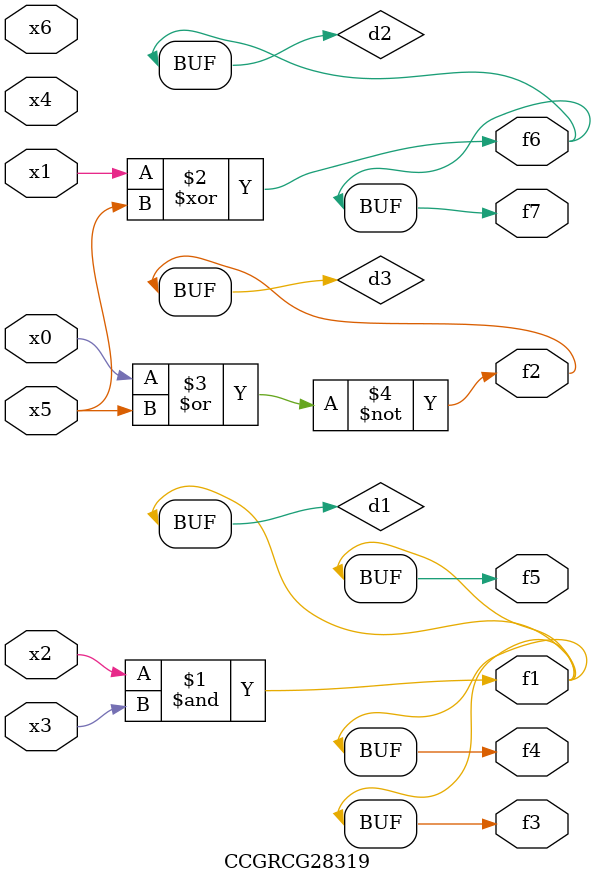
<source format=v>
module CCGRCG28319(
	input x0, x1, x2, x3, x4, x5, x6,
	output f1, f2, f3, f4, f5, f6, f7
);

	wire d1, d2, d3;

	and (d1, x2, x3);
	xor (d2, x1, x5);
	nor (d3, x0, x5);
	assign f1 = d1;
	assign f2 = d3;
	assign f3 = d1;
	assign f4 = d1;
	assign f5 = d1;
	assign f6 = d2;
	assign f7 = d2;
endmodule

</source>
